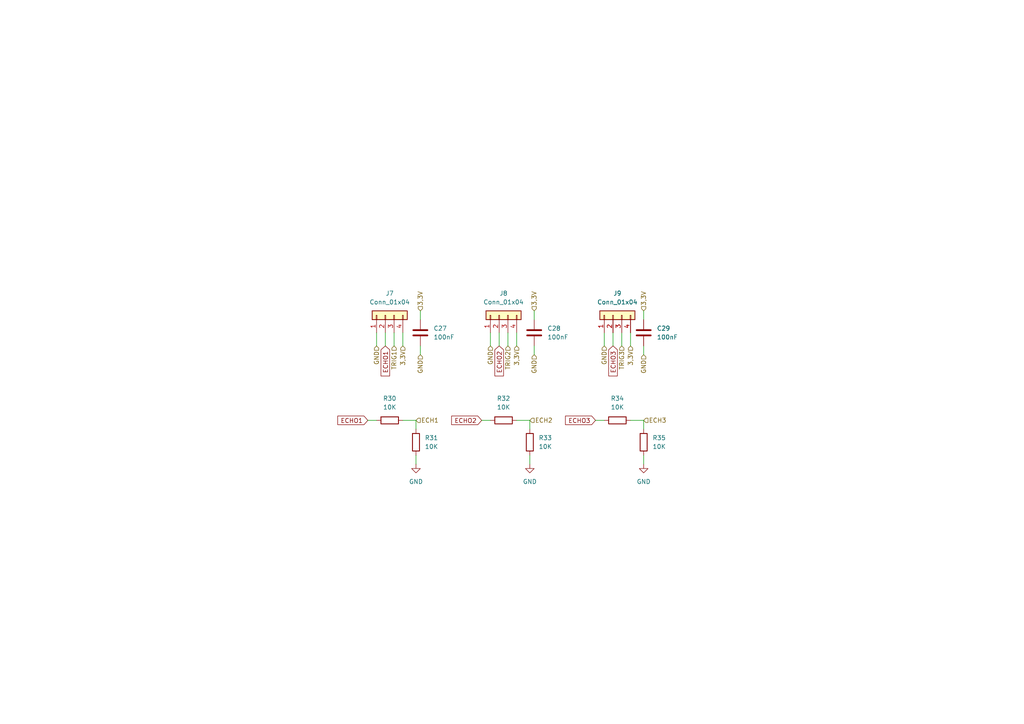
<source format=kicad_sch>
(kicad_sch (version 20230121) (generator eeschema)

  (uuid efd367fb-3f17-43c8-8135-6a74fd28442f)

  (paper "A4")

  (lib_symbols
    (symbol "Connector_Generic:Conn_01x04" (pin_names (offset 1.016) hide) (in_bom yes) (on_board yes)
      (property "Reference" "J" (at 0 5.08 0)
        (effects (font (size 1.27 1.27)))
      )
      (property "Value" "Conn_01x04" (at 0 -7.62 0)
        (effects (font (size 1.27 1.27)))
      )
      (property "Footprint" "" (at 0 0 0)
        (effects (font (size 1.27 1.27)) hide)
      )
      (property "Datasheet" "~" (at 0 0 0)
        (effects (font (size 1.27 1.27)) hide)
      )
      (property "ki_keywords" "connector" (at 0 0 0)
        (effects (font (size 1.27 1.27)) hide)
      )
      (property "ki_description" "Generic connector, single row, 01x04, script generated (kicad-library-utils/schlib/autogen/connector/)" (at 0 0 0)
        (effects (font (size 1.27 1.27)) hide)
      )
      (property "ki_fp_filters" "Connector*:*_1x??_*" (at 0 0 0)
        (effects (font (size 1.27 1.27)) hide)
      )
      (symbol "Conn_01x04_1_1"
        (rectangle (start -1.27 -4.953) (end 0 -5.207)
          (stroke (width 0.1524) (type default))
          (fill (type none))
        )
        (rectangle (start -1.27 -2.413) (end 0 -2.667)
          (stroke (width 0.1524) (type default))
          (fill (type none))
        )
        (rectangle (start -1.27 0.127) (end 0 -0.127)
          (stroke (width 0.1524) (type default))
          (fill (type none))
        )
        (rectangle (start -1.27 2.667) (end 0 2.413)
          (stroke (width 0.1524) (type default))
          (fill (type none))
        )
        (rectangle (start -1.27 3.81) (end 1.27 -6.35)
          (stroke (width 0.254) (type default))
          (fill (type background))
        )
        (pin passive line (at -5.08 2.54 0) (length 3.81)
          (name "Pin_1" (effects (font (size 1.27 1.27))))
          (number "1" (effects (font (size 1.27 1.27))))
        )
        (pin passive line (at -5.08 0 0) (length 3.81)
          (name "Pin_2" (effects (font (size 1.27 1.27))))
          (number "2" (effects (font (size 1.27 1.27))))
        )
        (pin passive line (at -5.08 -2.54 0) (length 3.81)
          (name "Pin_3" (effects (font (size 1.27 1.27))))
          (number "3" (effects (font (size 1.27 1.27))))
        )
        (pin passive line (at -5.08 -5.08 0) (length 3.81)
          (name "Pin_4" (effects (font (size 1.27 1.27))))
          (number "4" (effects (font (size 1.27 1.27))))
        )
      )
    )
    (symbol "Device:C" (pin_numbers hide) (pin_names (offset 0.254)) (in_bom yes) (on_board yes)
      (property "Reference" "C" (at 0.635 2.54 0)
        (effects (font (size 1.27 1.27)) (justify left))
      )
      (property "Value" "C" (at 0.635 -2.54 0)
        (effects (font (size 1.27 1.27)) (justify left))
      )
      (property "Footprint" "" (at 0.9652 -3.81 0)
        (effects (font (size 1.27 1.27)) hide)
      )
      (property "Datasheet" "~" (at 0 0 0)
        (effects (font (size 1.27 1.27)) hide)
      )
      (property "ki_keywords" "cap capacitor" (at 0 0 0)
        (effects (font (size 1.27 1.27)) hide)
      )
      (property "ki_description" "Unpolarized capacitor" (at 0 0 0)
        (effects (font (size 1.27 1.27)) hide)
      )
      (property "ki_fp_filters" "C_*" (at 0 0 0)
        (effects (font (size 1.27 1.27)) hide)
      )
      (symbol "C_0_1"
        (polyline
          (pts
            (xy -2.032 -0.762)
            (xy 2.032 -0.762)
          )
          (stroke (width 0.508) (type default))
          (fill (type none))
        )
        (polyline
          (pts
            (xy -2.032 0.762)
            (xy 2.032 0.762)
          )
          (stroke (width 0.508) (type default))
          (fill (type none))
        )
      )
      (symbol "C_1_1"
        (pin passive line (at 0 3.81 270) (length 2.794)
          (name "~" (effects (font (size 1.27 1.27))))
          (number "1" (effects (font (size 1.27 1.27))))
        )
        (pin passive line (at 0 -3.81 90) (length 2.794)
          (name "~" (effects (font (size 1.27 1.27))))
          (number "2" (effects (font (size 1.27 1.27))))
        )
      )
    )
    (symbol "Device:R" (pin_numbers hide) (pin_names (offset 0)) (in_bom yes) (on_board yes)
      (property "Reference" "R" (at 2.032 0 90)
        (effects (font (size 1.27 1.27)))
      )
      (property "Value" "R" (at 0 0 90)
        (effects (font (size 1.27 1.27)))
      )
      (property "Footprint" "" (at -1.778 0 90)
        (effects (font (size 1.27 1.27)) hide)
      )
      (property "Datasheet" "~" (at 0 0 0)
        (effects (font (size 1.27 1.27)) hide)
      )
      (property "ki_keywords" "R res resistor" (at 0 0 0)
        (effects (font (size 1.27 1.27)) hide)
      )
      (property "ki_description" "Resistor" (at 0 0 0)
        (effects (font (size 1.27 1.27)) hide)
      )
      (property "ki_fp_filters" "R_*" (at 0 0 0)
        (effects (font (size 1.27 1.27)) hide)
      )
      (symbol "R_0_1"
        (rectangle (start -1.016 -2.54) (end 1.016 2.54)
          (stroke (width 0.254) (type default))
          (fill (type none))
        )
      )
      (symbol "R_1_1"
        (pin passive line (at 0 3.81 270) (length 1.27)
          (name "~" (effects (font (size 1.27 1.27))))
          (number "1" (effects (font (size 1.27 1.27))))
        )
        (pin passive line (at 0 -3.81 90) (length 1.27)
          (name "~" (effects (font (size 1.27 1.27))))
          (number "2" (effects (font (size 1.27 1.27))))
        )
      )
    )
    (symbol "power:GND" (power) (pin_names (offset 0)) (in_bom yes) (on_board yes)
      (property "Reference" "#PWR" (at 0 -6.35 0)
        (effects (font (size 1.27 1.27)) hide)
      )
      (property "Value" "GND" (at 0 -3.81 0)
        (effects (font (size 1.27 1.27)))
      )
      (property "Footprint" "" (at 0 0 0)
        (effects (font (size 1.27 1.27)) hide)
      )
      (property "Datasheet" "" (at 0 0 0)
        (effects (font (size 1.27 1.27)) hide)
      )
      (property "ki_keywords" "global power" (at 0 0 0)
        (effects (font (size 1.27 1.27)) hide)
      )
      (property "ki_description" "Power symbol creates a global label with name \"GND\" , ground" (at 0 0 0)
        (effects (font (size 1.27 1.27)) hide)
      )
      (symbol "GND_0_1"
        (polyline
          (pts
            (xy 0 0)
            (xy 0 -1.27)
            (xy 1.27 -1.27)
            (xy 0 -2.54)
            (xy -1.27 -1.27)
            (xy 0 -1.27)
          )
          (stroke (width 0) (type default))
          (fill (type none))
        )
      )
      (symbol "GND_1_1"
        (pin power_in line (at 0 0 270) (length 0) hide
          (name "GND" (effects (font (size 1.27 1.27))))
          (number "1" (effects (font (size 1.27 1.27))))
        )
      )
    )
  )


  (wire (pts (xy 144.78 96.52) (xy 144.78 100.33))
    (stroke (width 0) (type default))
    (uuid 139b4f91-709e-4a6f-a56d-7ed1b55fdf7a)
  )
  (wire (pts (xy 106.68 121.92) (xy 109.22 121.92))
    (stroke (width 0) (type default))
    (uuid 15ecc43a-8633-4731-a8fb-639f175b1180)
  )
  (wire (pts (xy 116.84 96.52) (xy 116.84 100.33))
    (stroke (width 0) (type default))
    (uuid 172dec77-4e5c-4ccf-b3f5-ce3e5e435e9a)
  )
  (wire (pts (xy 153.67 121.92) (xy 153.67 124.46))
    (stroke (width 0) (type default))
    (uuid 27d9cf00-38af-46ee-b378-deeeaf4bb536)
  )
  (wire (pts (xy 149.86 121.92) (xy 153.67 121.92))
    (stroke (width 0) (type default))
    (uuid 2a329fda-e96a-4247-857c-3dfc0ef8f400)
  )
  (wire (pts (xy 120.65 132.08) (xy 120.65 134.62))
    (stroke (width 0) (type default))
    (uuid 2b341d37-f397-4125-868f-6921bcbad722)
  )
  (wire (pts (xy 172.72 121.92) (xy 175.26 121.92))
    (stroke (width 0) (type default))
    (uuid 2ec45c63-d41b-4f9b-a07c-5fda10c27029)
  )
  (wire (pts (xy 120.65 121.92) (xy 120.65 124.46))
    (stroke (width 0) (type default))
    (uuid 3443fbd2-553b-46e7-a375-b5ad9b5be8c7)
  )
  (wire (pts (xy 153.67 132.08) (xy 153.67 134.62))
    (stroke (width 0) (type default))
    (uuid 36cc578a-1e69-44aa-811c-f2c0e8a38e3a)
  )
  (wire (pts (xy 186.69 121.92) (xy 186.69 124.46))
    (stroke (width 0) (type default))
    (uuid 39e1b749-b829-40e0-98fd-002d8d65cfa2)
  )
  (wire (pts (xy 149.86 96.52) (xy 149.86 100.33))
    (stroke (width 0) (type default))
    (uuid 4a916da7-d009-4d82-9de5-aa5683493d99)
  )
  (wire (pts (xy 182.88 121.92) (xy 186.69 121.92))
    (stroke (width 0) (type default))
    (uuid 4d607625-4c4e-4bac-88b4-b2943536a4af)
  )
  (wire (pts (xy 182.88 96.52) (xy 182.88 100.33))
    (stroke (width 0) (type default))
    (uuid 50b7e728-4462-4ffb-891c-311aeaf3c87d)
  )
  (wire (pts (xy 121.92 90.17) (xy 121.92 92.71))
    (stroke (width 0) (type default))
    (uuid 533fd1f5-3c16-4d88-97ae-7c5fe1a09e5d)
  )
  (wire (pts (xy 186.69 90.17) (xy 186.69 92.71))
    (stroke (width 0) (type default))
    (uuid 70053802-7c91-4df8-9ec3-5e1800def369)
  )
  (wire (pts (xy 180.34 96.52) (xy 180.34 100.33))
    (stroke (width 0) (type default))
    (uuid 70135469-492f-4c2f-b674-9b979b0daf39)
  )
  (wire (pts (xy 177.8 96.52) (xy 177.8 100.33))
    (stroke (width 0) (type default))
    (uuid 76528104-13ee-46b0-9e66-3a4381aa59ff)
  )
  (wire (pts (xy 147.32 96.52) (xy 147.32 100.33))
    (stroke (width 0) (type default))
    (uuid 7d51ccc7-dd3c-42d7-a3ed-940481aa1b6a)
  )
  (wire (pts (xy 154.94 90.17) (xy 154.94 92.71))
    (stroke (width 0) (type default))
    (uuid 8a1eecb7-a65c-4f33-8d59-7a07e4a121d6)
  )
  (wire (pts (xy 139.7 121.92) (xy 142.24 121.92))
    (stroke (width 0) (type default))
    (uuid 8e406539-c3f8-48a1-bcdb-163af3b1a4c2)
  )
  (wire (pts (xy 109.22 96.52) (xy 109.22 100.33))
    (stroke (width 0) (type default))
    (uuid 93e28ea1-396c-4195-9c5c-af52d72004f0)
  )
  (wire (pts (xy 175.26 96.52) (xy 175.26 100.33))
    (stroke (width 0) (type default))
    (uuid a7dccf3a-80d4-4612-8b19-48687dd7f92d)
  )
  (wire (pts (xy 111.76 96.52) (xy 111.76 100.33))
    (stroke (width 0) (type default))
    (uuid a85e6006-9a3f-45ec-88a2-9e292ee6fbcc)
  )
  (wire (pts (xy 142.24 96.52) (xy 142.24 100.33))
    (stroke (width 0) (type default))
    (uuid cc618a62-fd44-4011-aaa7-12ffd237a443)
  )
  (wire (pts (xy 186.69 100.33) (xy 186.69 102.87))
    (stroke (width 0) (type default))
    (uuid dcef5829-76bd-4619-badd-952d6fdf55be)
  )
  (wire (pts (xy 154.94 100.33) (xy 154.94 102.87))
    (stroke (width 0) (type default))
    (uuid e130136e-28c1-4094-b19d-ddd66df11156)
  )
  (wire (pts (xy 121.92 100.33) (xy 121.92 102.87))
    (stroke (width 0) (type default))
    (uuid ebeed19e-a469-43d5-9f0e-6df0562dd100)
  )
  (wire (pts (xy 116.84 121.92) (xy 120.65 121.92))
    (stroke (width 0) (type default))
    (uuid f4aab737-e04d-47b4-b47e-1894294be48a)
  )
  (wire (pts (xy 114.3 96.52) (xy 114.3 100.33))
    (stroke (width 0) (type default))
    (uuid f54cd9fc-76e1-46b3-8f17-c8d313c3ebe0)
  )
  (wire (pts (xy 186.69 132.08) (xy 186.69 134.62))
    (stroke (width 0) (type default))
    (uuid f974687c-2ac9-4e3e-8618-246329b25cbf)
  )

  (global_label "ECHO1" (shape input) (at 106.68 121.92 180) (fields_autoplaced)
    (effects (font (size 1.27 1.27)) (justify right))
    (uuid 335eea3e-3b86-4f5e-ad80-2e8f20781f28)
    (property "Intersheetrefs" "${INTERSHEET_REFS}" (at 97.4053 121.92 0)
      (effects (font (size 1.27 1.27)) (justify right) hide)
    )
  )
  (global_label "ECHO2" (shape input) (at 144.78 100.33 270) (fields_autoplaced)
    (effects (font (size 1.27 1.27)) (justify right))
    (uuid 3efd7970-f88d-420a-8aa8-580dfc76aa7f)
    (property "Intersheetrefs" "${INTERSHEET_REFS}" (at 144.78 109.6047 90)
      (effects (font (size 1.27 1.27)) (justify right) hide)
    )
  )
  (global_label "ECHO3" (shape input) (at 177.8 100.33 270) (fields_autoplaced)
    (effects (font (size 1.27 1.27)) (justify right))
    (uuid 560db330-1158-4122-b17a-20f3d3b02889)
    (property "Intersheetrefs" "${INTERSHEET_REFS}" (at 177.8 109.6047 90)
      (effects (font (size 1.27 1.27)) (justify right) hide)
    )
  )
  (global_label "ECHO3" (shape input) (at 172.72 121.92 180) (fields_autoplaced)
    (effects (font (size 1.27 1.27)) (justify right))
    (uuid 595ef7a4-52f5-46fd-b366-5c621f4fc338)
    (property "Intersheetrefs" "${INTERSHEET_REFS}" (at 163.4453 121.92 0)
      (effects (font (size 1.27 1.27)) (justify right) hide)
    )
  )
  (global_label "ECHO2" (shape input) (at 139.7 121.92 180) (fields_autoplaced)
    (effects (font (size 1.27 1.27)) (justify right))
    (uuid 6af0c205-acf2-4837-8ed9-c7338c5b1439)
    (property "Intersheetrefs" "${INTERSHEET_REFS}" (at 130.4253 121.92 0)
      (effects (font (size 1.27 1.27)) (justify right) hide)
    )
  )
  (global_label "ECHO1" (shape input) (at 111.76 100.33 270) (fields_autoplaced)
    (effects (font (size 1.27 1.27)) (justify right))
    (uuid d6f33658-082d-4e2e-b72d-5e69d10304ef)
    (property "Intersheetrefs" "${INTERSHEET_REFS}" (at 111.76 109.6047 90)
      (effects (font (size 1.27 1.27)) (justify left) hide)
    )
  )

  (hierarchical_label "3,3V" (shape input) (at 154.94 90.17 90) (fields_autoplaced)
    (effects (font (size 1.27 1.27)) (justify left))
    (uuid 121ed191-8696-45f0-8bbc-59707de18ecd)
  )
  (hierarchical_label "TRIG2" (shape input) (at 147.32 100.33 270) (fields_autoplaced)
    (effects (font (size 1.27 1.27)) (justify right))
    (uuid 18dc7c6f-c453-45dd-8fde-f4e9a7829958)
  )
  (hierarchical_label "GND" (shape input) (at 121.92 102.87 270) (fields_autoplaced)
    (effects (font (size 1.27 1.27)) (justify right))
    (uuid 2b03026a-a3d7-46e9-b24d-7cd143d11f68)
  )
  (hierarchical_label "3,3V" (shape input) (at 116.84 100.33 270) (fields_autoplaced)
    (effects (font (size 1.27 1.27)) (justify right))
    (uuid 2d1f4982-f135-47a5-b9e9-f791a4603c7e)
  )
  (hierarchical_label "ECH3" (shape input) (at 186.69 121.92 0) (fields_autoplaced)
    (effects (font (size 1.27 1.27)) (justify left))
    (uuid 6a8482c7-d2ee-4339-a3da-8f3eb61c4b0b)
  )
  (hierarchical_label "ECH1" (shape input) (at 120.65 121.92 0) (fields_autoplaced)
    (effects (font (size 1.27 1.27)) (justify left))
    (uuid 84894c25-ad55-402e-94c1-e197b12c3c55)
  )
  (hierarchical_label "3,3V" (shape input) (at 182.88 100.33 270) (fields_autoplaced)
    (effects (font (size 1.27 1.27)) (justify right))
    (uuid 90d95686-96c7-4f85-8625-3cc3529ffcf7)
  )
  (hierarchical_label "ECH2" (shape input) (at 153.67 121.92 0) (fields_autoplaced)
    (effects (font (size 1.27 1.27)) (justify left))
    (uuid 97b49a92-0a75-42aa-bd2e-656bca57bde4)
  )
  (hierarchical_label "3,3V" (shape input) (at 149.86 100.33 270) (fields_autoplaced)
    (effects (font (size 1.27 1.27)) (justify right))
    (uuid a0d1ac15-24ab-4465-ac35-da2f6980b28e)
  )
  (hierarchical_label "GND" (shape input) (at 175.26 100.33 270) (fields_autoplaced)
    (effects (font (size 1.27 1.27)) (justify right))
    (uuid b0a879e9-133b-410c-8db1-aca51a0ed887)
  )
  (hierarchical_label "GND" (shape input) (at 142.24 100.33 270) (fields_autoplaced)
    (effects (font (size 1.27 1.27)) (justify right))
    (uuid b16dd03b-2294-4d40-8d3b-a3b04f91a23c)
  )
  (hierarchical_label "3,3V" (shape input) (at 121.92 90.17 90) (fields_autoplaced)
    (effects (font (size 1.27 1.27)) (justify left))
    (uuid b8b13951-3daa-4d24-84a0-56fe710f9673)
  )
  (hierarchical_label "TRIG1" (shape input) (at 114.3 100.33 270) (fields_autoplaced)
    (effects (font (size 1.27 1.27)) (justify right))
    (uuid bd60b343-1fbe-417c-a0b0-ad3e58c27f2d)
  )
  (hierarchical_label "GND" (shape input) (at 109.22 100.33 270) (fields_autoplaced)
    (effects (font (size 1.27 1.27)) (justify right))
    (uuid dbd0fa85-fcb2-4b0e-afbb-1d294bcd1d29)
  )
  (hierarchical_label "GND" (shape input) (at 186.69 102.87 270) (fields_autoplaced)
    (effects (font (size 1.27 1.27)) (justify right))
    (uuid efa3ae3b-c62d-450a-91fa-4bd0a7610757)
  )
  (hierarchical_label "3,3V" (shape input) (at 186.69 90.17 90) (fields_autoplaced)
    (effects (font (size 1.27 1.27)) (justify left))
    (uuid f73aeb2a-6e96-4ef8-a123-3c604f23d635)
  )
  (hierarchical_label "TRIG3" (shape input) (at 180.34 100.33 270) (fields_autoplaced)
    (effects (font (size 1.27 1.27)) (justify right))
    (uuid f9866587-b5f6-4850-90a4-4aaa4a5f5e24)
  )
  (hierarchical_label "GND" (shape input) (at 154.94 102.87 270) (fields_autoplaced)
    (effects (font (size 1.27 1.27)) (justify right))
    (uuid fd317f54-06c4-4d22-a78a-afc6e16c25cf)
  )

  (symbol (lib_id "Connector_Generic:Conn_01x04") (at 144.78 91.44 90) (unit 1)
    (in_bom yes) (on_board yes) (dnp no) (fields_autoplaced)
    (uuid 082c0ebf-8c80-460e-9c35-432b8972e323)
    (property "Reference" "J8" (at 146.05 85.09 90)
      (effects (font (size 1.27 1.27)))
    )
    (property "Value" "Conn_01x04" (at 146.05 87.63 90)
      (effects (font (size 1.27 1.27)))
    )
    (property "Footprint" "" (at 144.78 91.44 0)
      (effects (font (size 1.27 1.27)) hide)
    )
    (property "Datasheet" "~" (at 144.78 91.44 0)
      (effects (font (size 1.27 1.27)) hide)
    )
    (pin "1" (uuid fdd98fe9-b441-4b7f-b2c2-388547c5830e))
    (pin "2" (uuid e9408a05-fe6d-4c2f-9c5a-fb05cf5ca6ec))
    (pin "3" (uuid b7ad5935-194f-4404-bd15-da3db02d69f6))
    (pin "4" (uuid 03380bed-9fae-47e2-b310-0638060b5ad1))
    (instances
      (project "fred_v3"
        (path "/210292b2-d6ba-424c-bd40-e4a2be18eb8d/0e3fc8cf-969d-492f-823d-ed0765038f7e/c174aa10-0cd9-4bfa-92c8-213bce70e792"
          (reference "J8") (unit 1)
        )
      )
    )
  )

  (symbol (lib_id "Device:R") (at 146.05 121.92 90) (unit 1)
    (in_bom yes) (on_board yes) (dnp no) (fields_autoplaced)
    (uuid 1e018d93-a49a-4eb3-b1e3-96c01ddecee4)
    (property "Reference" "R32" (at 146.05 115.57 90)
      (effects (font (size 1.27 1.27)))
    )
    (property "Value" "10K" (at 146.05 118.11 90)
      (effects (font (size 1.27 1.27)))
    )
    (property "Footprint" "" (at 146.05 123.698 90)
      (effects (font (size 1.27 1.27)) hide)
    )
    (property "Datasheet" "~" (at 146.05 121.92 0)
      (effects (font (size 1.27 1.27)) hide)
    )
    (pin "1" (uuid 045fc315-86cb-4319-8f54-e3318eecf45b))
    (pin "2" (uuid 4dfea088-4e3a-44d2-af47-c726e2f497c6))
    (instances
      (project "fred_v3"
        (path "/210292b2-d6ba-424c-bd40-e4a2be18eb8d/0e3fc8cf-969d-492f-823d-ed0765038f7e/c174aa10-0cd9-4bfa-92c8-213bce70e792"
          (reference "R32") (unit 1)
        )
      )
    )
  )

  (symbol (lib_id "Device:R") (at 153.67 128.27 180) (unit 1)
    (in_bom yes) (on_board yes) (dnp no) (fields_autoplaced)
    (uuid 2195b915-16b6-4554-a0c9-5c5e05003eba)
    (property "Reference" "R33" (at 156.21 127 0)
      (effects (font (size 1.27 1.27)) (justify right))
    )
    (property "Value" "10K" (at 156.21 129.54 0)
      (effects (font (size 1.27 1.27)) (justify right))
    )
    (property "Footprint" "" (at 155.448 128.27 90)
      (effects (font (size 1.27 1.27)) hide)
    )
    (property "Datasheet" "~" (at 153.67 128.27 0)
      (effects (font (size 1.27 1.27)) hide)
    )
    (pin "1" (uuid a58b0c01-3495-45e9-9b74-74c5c6a8343c))
    (pin "2" (uuid 475af3f6-edd1-4961-8062-3b479371aaf9))
    (instances
      (project "fred_v3"
        (path "/210292b2-d6ba-424c-bd40-e4a2be18eb8d/0e3fc8cf-969d-492f-823d-ed0765038f7e/c174aa10-0cd9-4bfa-92c8-213bce70e792"
          (reference "R33") (unit 1)
        )
      )
    )
  )

  (symbol (lib_id "Device:R") (at 186.69 128.27 180) (unit 1)
    (in_bom yes) (on_board yes) (dnp no) (fields_autoplaced)
    (uuid 44870908-1833-47ae-841f-750ca001aa72)
    (property "Reference" "R35" (at 189.23 127 0)
      (effects (font (size 1.27 1.27)) (justify right))
    )
    (property "Value" "10K" (at 189.23 129.54 0)
      (effects (font (size 1.27 1.27)) (justify right))
    )
    (property "Footprint" "" (at 188.468 128.27 90)
      (effects (font (size 1.27 1.27)) hide)
    )
    (property "Datasheet" "~" (at 186.69 128.27 0)
      (effects (font (size 1.27 1.27)) hide)
    )
    (pin "1" (uuid 59e00edc-ecd2-45d0-baba-dac6539c629f))
    (pin "2" (uuid 9468c329-0242-4a9d-904b-d12daad25973))
    (instances
      (project "fred_v3"
        (path "/210292b2-d6ba-424c-bd40-e4a2be18eb8d/0e3fc8cf-969d-492f-823d-ed0765038f7e/c174aa10-0cd9-4bfa-92c8-213bce70e792"
          (reference "R35") (unit 1)
        )
      )
    )
  )

  (symbol (lib_id "power:GND") (at 153.67 134.62 0) (unit 1)
    (in_bom yes) (on_board yes) (dnp no) (fields_autoplaced)
    (uuid 5f5fa01d-18f5-4a21-a458-5ae2133f3803)
    (property "Reference" "#PWR066" (at 153.67 140.97 0)
      (effects (font (size 1.27 1.27)) hide)
    )
    (property "Value" "GND" (at 153.67 139.7 0)
      (effects (font (size 1.27 1.27)))
    )
    (property "Footprint" "" (at 153.67 134.62 0)
      (effects (font (size 1.27 1.27)) hide)
    )
    (property "Datasheet" "" (at 153.67 134.62 0)
      (effects (font (size 1.27 1.27)) hide)
    )
    (pin "1" (uuid 01c6a435-4928-4acb-a18a-d368f09e6f71))
    (instances
      (project "fred_v3"
        (path "/210292b2-d6ba-424c-bd40-e4a2be18eb8d/0e3fc8cf-969d-492f-823d-ed0765038f7e/c174aa10-0cd9-4bfa-92c8-213bce70e792"
          (reference "#PWR066") (unit 1)
        )
      )
    )
  )

  (symbol (lib_id "Connector_Generic:Conn_01x04") (at 111.76 91.44 90) (unit 1)
    (in_bom yes) (on_board yes) (dnp no) (fields_autoplaced)
    (uuid 606d6bd6-3156-4349-8f88-37c18d02a7df)
    (property "Reference" "J7" (at 113.03 85.09 90)
      (effects (font (size 1.27 1.27)))
    )
    (property "Value" "Conn_01x04" (at 113.03 87.63 90)
      (effects (font (size 1.27 1.27)))
    )
    (property "Footprint" "" (at 111.76 91.44 0)
      (effects (font (size 1.27 1.27)) hide)
    )
    (property "Datasheet" "~" (at 111.76 91.44 0)
      (effects (font (size 1.27 1.27)) hide)
    )
    (pin "1" (uuid ab145fb5-dbe3-436b-a862-8a6a1feb69c7))
    (pin "2" (uuid 99bbae23-1390-4596-b479-77a682cb8b20))
    (pin "3" (uuid 34726532-379b-4f0d-9b52-a64f53c2375a))
    (pin "4" (uuid bcd13757-7b7b-4d92-b1ae-02b3f5cd61f6))
    (instances
      (project "fred_v3"
        (path "/210292b2-d6ba-424c-bd40-e4a2be18eb8d/0e3fc8cf-969d-492f-823d-ed0765038f7e/c174aa10-0cd9-4bfa-92c8-213bce70e792"
          (reference "J7") (unit 1)
        )
      )
    )
  )

  (symbol (lib_id "power:GND") (at 120.65 134.62 0) (unit 1)
    (in_bom yes) (on_board yes) (dnp no) (fields_autoplaced)
    (uuid 67dd6630-2f69-4062-aa92-24365bded335)
    (property "Reference" "#PWR065" (at 120.65 140.97 0)
      (effects (font (size 1.27 1.27)) hide)
    )
    (property "Value" "GND" (at 120.65 139.7 0)
      (effects (font (size 1.27 1.27)))
    )
    (property "Footprint" "" (at 120.65 134.62 0)
      (effects (font (size 1.27 1.27)) hide)
    )
    (property "Datasheet" "" (at 120.65 134.62 0)
      (effects (font (size 1.27 1.27)) hide)
    )
    (pin "1" (uuid 80085ffe-9d74-4792-bea4-b0d118792a8d))
    (instances
      (project "fred_v3"
        (path "/210292b2-d6ba-424c-bd40-e4a2be18eb8d/0e3fc8cf-969d-492f-823d-ed0765038f7e/c174aa10-0cd9-4bfa-92c8-213bce70e792"
          (reference "#PWR065") (unit 1)
        )
      )
    )
  )

  (symbol (lib_id "Connector_Generic:Conn_01x04") (at 177.8 91.44 90) (unit 1)
    (in_bom yes) (on_board yes) (dnp no) (fields_autoplaced)
    (uuid 75cc5a3f-d4e0-461d-8ce0-61e467105a53)
    (property "Reference" "J9" (at 179.07 85.09 90)
      (effects (font (size 1.27 1.27)))
    )
    (property "Value" "Conn_01x04" (at 179.07 87.63 90)
      (effects (font (size 1.27 1.27)))
    )
    (property "Footprint" "" (at 177.8 91.44 0)
      (effects (font (size 1.27 1.27)) hide)
    )
    (property "Datasheet" "~" (at 177.8 91.44 0)
      (effects (font (size 1.27 1.27)) hide)
    )
    (pin "1" (uuid c9ca4bd8-f34e-488c-869f-e4717e1605b6))
    (pin "2" (uuid d90180c7-f48d-4462-bafe-39e7446b9067))
    (pin "3" (uuid f2e735ed-b8a6-43ff-9112-b356b1efe19e))
    (pin "4" (uuid 1455f475-9412-4e40-8e18-4eb1b7ce9857))
    (instances
      (project "fred_v3"
        (path "/210292b2-d6ba-424c-bd40-e4a2be18eb8d/0e3fc8cf-969d-492f-823d-ed0765038f7e/c174aa10-0cd9-4bfa-92c8-213bce70e792"
          (reference "J9") (unit 1)
        )
      )
    )
  )

  (symbol (lib_id "Device:C") (at 186.69 96.52 0) (unit 1)
    (in_bom yes) (on_board yes) (dnp no) (fields_autoplaced)
    (uuid 7f4d13b6-c19a-4d14-a4b4-5112c8b116a0)
    (property "Reference" "C29" (at 190.5 95.25 0)
      (effects (font (size 1.27 1.27)) (justify left))
    )
    (property "Value" "100nF" (at 190.5 97.79 0)
      (effects (font (size 1.27 1.27)) (justify left))
    )
    (property "Footprint" "" (at 187.6552 100.33 0)
      (effects (font (size 1.27 1.27)) hide)
    )
    (property "Datasheet" "~" (at 186.69 96.52 0)
      (effects (font (size 1.27 1.27)) hide)
    )
    (pin "1" (uuid b86247b1-e9d4-4453-806c-746b753536b5))
    (pin "2" (uuid 7645c746-975b-44ec-9d79-3880f99e3fc6))
    (instances
      (project "fred_v3"
        (path "/210292b2-d6ba-424c-bd40-e4a2be18eb8d/0e3fc8cf-969d-492f-823d-ed0765038f7e/c174aa10-0cd9-4bfa-92c8-213bce70e792"
          (reference "C29") (unit 1)
        )
      )
    )
  )

  (symbol (lib_id "Device:R") (at 113.03 121.92 90) (unit 1)
    (in_bom yes) (on_board yes) (dnp no) (fields_autoplaced)
    (uuid 8c8199dc-b418-4590-8df9-6611b3191120)
    (property "Reference" "R30" (at 113.03 115.57 90)
      (effects (font (size 1.27 1.27)))
    )
    (property "Value" "10K" (at 113.03 118.11 90)
      (effects (font (size 1.27 1.27)))
    )
    (property "Footprint" "" (at 113.03 123.698 90)
      (effects (font (size 1.27 1.27)) hide)
    )
    (property "Datasheet" "~" (at 113.03 121.92 0)
      (effects (font (size 1.27 1.27)) hide)
    )
    (pin "1" (uuid c14ddcd8-6504-463f-a45d-ed9426dbff9a))
    (pin "2" (uuid 31970f18-199d-4c68-8904-8c0b011b63a3))
    (instances
      (project "fred_v3"
        (path "/210292b2-d6ba-424c-bd40-e4a2be18eb8d/0e3fc8cf-969d-492f-823d-ed0765038f7e/c174aa10-0cd9-4bfa-92c8-213bce70e792"
          (reference "R30") (unit 1)
        )
      )
    )
  )

  (symbol (lib_id "power:GND") (at 186.69 134.62 0) (unit 1)
    (in_bom yes) (on_board yes) (dnp no) (fields_autoplaced)
    (uuid bef09ef0-0963-4cbf-8cf0-c14c73d6503f)
    (property "Reference" "#PWR067" (at 186.69 140.97 0)
      (effects (font (size 1.27 1.27)) hide)
    )
    (property "Value" "GND" (at 186.69 139.7 0)
      (effects (font (size 1.27 1.27)))
    )
    (property "Footprint" "" (at 186.69 134.62 0)
      (effects (font (size 1.27 1.27)) hide)
    )
    (property "Datasheet" "" (at 186.69 134.62 0)
      (effects (font (size 1.27 1.27)) hide)
    )
    (pin "1" (uuid e9382a1d-7a75-4ad1-b6a9-6f6faabb7a9c))
    (instances
      (project "fred_v3"
        (path "/210292b2-d6ba-424c-bd40-e4a2be18eb8d/0e3fc8cf-969d-492f-823d-ed0765038f7e/c174aa10-0cd9-4bfa-92c8-213bce70e792"
          (reference "#PWR067") (unit 1)
        )
      )
    )
  )

  (symbol (lib_id "Device:C") (at 154.94 96.52 0) (unit 1)
    (in_bom yes) (on_board yes) (dnp no) (fields_autoplaced)
    (uuid c903c03f-347c-477c-b3f4-8d8fb8083ea6)
    (property "Reference" "C28" (at 158.75 95.25 0)
      (effects (font (size 1.27 1.27)) (justify left))
    )
    (property "Value" "100nF" (at 158.75 97.79 0)
      (effects (font (size 1.27 1.27)) (justify left))
    )
    (property "Footprint" "" (at 155.9052 100.33 0)
      (effects (font (size 1.27 1.27)) hide)
    )
    (property "Datasheet" "~" (at 154.94 96.52 0)
      (effects (font (size 1.27 1.27)) hide)
    )
    (pin "1" (uuid b079eb24-2a3c-4722-abb8-c96778030ab2))
    (pin "2" (uuid 8108d2c6-256e-4840-8486-5ec435daaaaf))
    (instances
      (project "fred_v3"
        (path "/210292b2-d6ba-424c-bd40-e4a2be18eb8d/0e3fc8cf-969d-492f-823d-ed0765038f7e/c174aa10-0cd9-4bfa-92c8-213bce70e792"
          (reference "C28") (unit 1)
        )
      )
    )
  )

  (symbol (lib_id "Device:R") (at 120.65 128.27 180) (unit 1)
    (in_bom yes) (on_board yes) (dnp no) (fields_autoplaced)
    (uuid c946c573-4d0f-4b93-b852-7fce81dc999b)
    (property "Reference" "R31" (at 123.19 127 0)
      (effects (font (size 1.27 1.27)) (justify right))
    )
    (property "Value" "10K" (at 123.19 129.54 0)
      (effects (font (size 1.27 1.27)) (justify right))
    )
    (property "Footprint" "" (at 122.428 128.27 90)
      (effects (font (size 1.27 1.27)) hide)
    )
    (property "Datasheet" "~" (at 120.65 128.27 0)
      (effects (font (size 1.27 1.27)) hide)
    )
    (pin "1" (uuid 561e2aaf-019a-420f-a102-f4dc9667b300))
    (pin "2" (uuid caa66b09-eee9-47ed-8f17-d53da50f4ea7))
    (instances
      (project "fred_v3"
        (path "/210292b2-d6ba-424c-bd40-e4a2be18eb8d/0e3fc8cf-969d-492f-823d-ed0765038f7e/c174aa10-0cd9-4bfa-92c8-213bce70e792"
          (reference "R31") (unit 1)
        )
      )
    )
  )

  (symbol (lib_id "Device:R") (at 179.07 121.92 90) (unit 1)
    (in_bom yes) (on_board yes) (dnp no) (fields_autoplaced)
    (uuid dca8ab7c-5dd8-40dd-9a11-6e3c49a81062)
    (property "Reference" "R34" (at 179.07 115.57 90)
      (effects (font (size 1.27 1.27)))
    )
    (property "Value" "10K" (at 179.07 118.11 90)
      (effects (font (size 1.27 1.27)))
    )
    (property "Footprint" "" (at 179.07 123.698 90)
      (effects (font (size 1.27 1.27)) hide)
    )
    (property "Datasheet" "~" (at 179.07 121.92 0)
      (effects (font (size 1.27 1.27)) hide)
    )
    (pin "1" (uuid 79cfa588-c754-44ed-ad41-53dba917a597))
    (pin "2" (uuid 0a399ec9-81f8-415c-9256-bd416c575b45))
    (instances
      (project "fred_v3"
        (path "/210292b2-d6ba-424c-bd40-e4a2be18eb8d/0e3fc8cf-969d-492f-823d-ed0765038f7e/c174aa10-0cd9-4bfa-92c8-213bce70e792"
          (reference "R34") (unit 1)
        )
      )
    )
  )

  (symbol (lib_id "Device:C") (at 121.92 96.52 0) (unit 1)
    (in_bom yes) (on_board yes) (dnp no) (fields_autoplaced)
    (uuid e112939c-1457-4289-9cb9-ced121a78d62)
    (property "Reference" "C27" (at 125.73 95.25 0)
      (effects (font (size 1.27 1.27)) (justify left))
    )
    (property "Value" "100nF" (at 125.73 97.79 0)
      (effects (font (size 1.27 1.27)) (justify left))
    )
    (property "Footprint" "" (at 122.8852 100.33 0)
      (effects (font (size 1.27 1.27)) hide)
    )
    (property "Datasheet" "~" (at 121.92 96.52 0)
      (effects (font (size 1.27 1.27)) hide)
    )
    (pin "1" (uuid ea64c946-d8fc-46d7-8883-86b17b9d7ad0))
    (pin "2" (uuid 7f1d7b85-7d33-4ca9-a8c1-25e9fcd40c03))
    (instances
      (project "fred_v3"
        (path "/210292b2-d6ba-424c-bd40-e4a2be18eb8d/0e3fc8cf-969d-492f-823d-ed0765038f7e/c174aa10-0cd9-4bfa-92c8-213bce70e792"
          (reference "C27") (unit 1)
        )
      )
    )
  )
)

</source>
